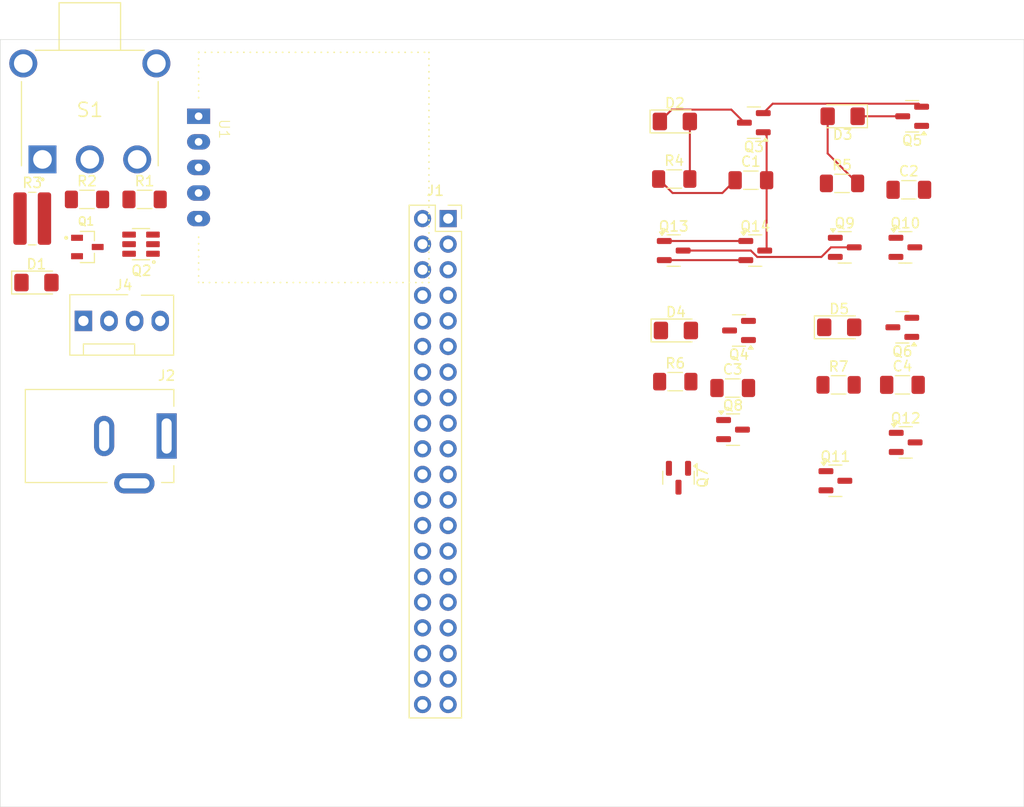
<source format=kicad_pcb>
(kicad_pcb (version 20221018) (generator pcbnew)
  (layers (0 "F.Cu" signal) (31 "B.Cu" signal) (34 "B.Paste" user) (35 "F.Paste" user) (36 "B.SilkS" user "B.Silkscreen") (37 "F.SilkS" user "F.Silkscreen") (38 "B.Mask" user) (39 "F.Mask" user) (44 "Edge.Cuts" user))
  (net 0 "")
  (net 1 "Net-(D1-K)")
  (net 2 "Net-(D1-A)")
  (net 3 "+3V3")
  (net 4 "/ZVD_OUT")
  (net 5 "/SDA")
  (net 6 "/SCL")
  (net 7 "GND")
  (net 13 "/B0")
  (net 14 "/B1")
  (net 15 "/W0")
  (net 18 "/W1")
  (net 33 "Net-(J2-Pad1)")
  (net 37 "Net-(D2-K)")
  (net 38 "Net-(D3-K)")
  (net 39 "Net-(D4-K)")
  (net 40 "Net-(D5-K)")
  (net 41 "Net-(Q2-Pad1)")
  (net 42 "Net-(Q1-Pad1)")
  (net 43 "+5V")
  (net 44 "Net-(D2-A)")
  (net 45 "Net-(D3-A)")
  (net 46 "Net-(D4-A)")
  (net 47 "Net-(D5-A)")
  (net 48 "+9V")
  (net 51 "Net-(Q14-D)")
  (net 52 "Net-(Q10-D)")
  (net 53 "Net-(Q4-G)")
  (net 54 "Net-(Q12-D)")
  (net 55 "Net-(Q7-S)")
  (net 56 "Net-(Q10-S)")
  (net 57 "Net-(Q11-S)")
  (net 58 "Net-(Q13-S)")
  (footprint "Package_TO_SOT_SMD:SOT-23" (layer "F.Cu") (at 92.71 68.9125 -90)
    (fp_text reference "Q7" (at 0 -2.4 90) (layer "F.SilkS"))
    (fp_text value "2N7002")
    (fp_line (start 0 -1.56) (end -0.65 -1.56) (stroke (width 0.12)) (layer "F.SilkS"))
    (fp_line (start 0 -1.56) (end 0.65 -1.56) (stroke (width 0.12)) (layer "F.SilkS"))
    (fp_line (start 0 1.56) (end -0.65 1.56) (stroke (width 0.12)) (layer "F.SilkS"))
    (fp_line (start 0 1.56) (end 0.65 1.56) (stroke (width 0.12)) (layer "F.SilkS"))
    (fp_poly (pts (xy -1.1625 -1.51) (xy -1.4025 -1.84) (xy -0.9225 -1.84) (xy -1.1625 -1.51)) (stroke (width 0.12)) (fill solid) (layer "F.SilkS"))
    (pad "1" smd roundrect (at -0.9375 -0.95 270) (size 1.475 0.6) (layers "F.Cu" "F.Paste" "F.Mask") (net 15 "/W0"))
    (pad "2" smd roundrect (at -0.9375 0.95 270) (size 1.475 0.6) (layers "F.Cu" "F.Paste" "F.Mask") (net 55 "Net-(Q7-S)"))
    (pad "3" smd roundrect (at 0.9375 0 270) (size 1.475 0.6) (layers "F.Cu" "F.Paste" "F.Mask") (net 14 "/B1"))
  )
  (footprint "LED_SMD:LED_1206_3216Metric_Pad1.42x1.75mm_HandSolder" (layer "F.Cu") (at 108.66 53.975)
    (fp_text reference "D5" (at 0 -1.82) (layer "F.SilkS"))
    (fp_text value "LED")
    (fp_line (start -2.46 -1.135) (end -2.46 1.135) (stroke (width 0.12)) (layer "F.SilkS"))
    (fp_line (start -2.46 1.135) (end 1.6 1.135) (stroke (width 0.12)) (layer "F.SilkS"))
    (fp_line (start 1.6 -1.135) (end -2.46 -1.135) (stroke (width 0.12)) (layer "F.SilkS"))
    (pad "1" smd roundrect (at -1.4875 0) (size 1.425 1.75) (layers "F.Cu" "F.Paste" "F.Mask") (roundrect_rratio 0.175439) (net 40 "Net-(D5-K)"))
    (pad "2" smd roundrect (at 1.4875 0) (size 1.425 1.75) (layers "F.Cu" "F.Paste" "F.Mask") (roundrect_rratio 0.175439) (net 47 "Net-(D5-A)"))
  )
  (footprint "Package_TO_SOT_SMD:SOT-23" (layer "F.Cu") (at 109.21 46.035)
    (fp_text reference "Q9" (at 0 -2.4) (layer "F.SilkS"))
    (fp_text value "2N7002")
    (fp_line (start 0 -1.56) (end -0.65 -1.56) (stroke (width 0.12)) (layer "F.SilkS"))
    (fp_line (start 0 -1.56) (end 0.65 -1.56) (stroke (width 0.12)) (layer "F.SilkS"))
    (fp_line (start 0 1.56) (end -0.65 1.56) (stroke (width 0.12)) (layer "F.SilkS"))
    (fp_line (start 0 1.56) (end 0.65 1.56) (stroke (width 0.12)) (layer "F.SilkS"))
    (fp_poly (pts (xy -1.1625 -1.51) (xy -1.4025 -1.84) (xy -0.9225 -1.84) (xy -1.1625 -1.51)) (stroke (width 0.12)) (fill solid) (layer "F.SilkS"))
    (pad "1" smd roundrect (at -0.9375 -0.95) (size 1.475 0.6) (layers "F.Cu" "F.Paste" "F.Mask") (net 18 "/W1"))
    (pad "2" smd roundrect (at -0.9375 0.95) (size 1.475 0.6) (layers "F.Cu" "F.Paste" "F.Mask") (net 56 "Net-(Q10-S)"))
    (pad "3" smd roundrect (at 0.9375 0) (size 1.475 0.6) (layers "F.Cu" "F.Paste" "F.Mask") (net 13 "/B0"))
  )
  (footprint "Connector_PinSocket_2.54mm:PinSocket_2x20_P2.54mm_Vertical" (layer "F.Cu") (at 69.85 43.18)
    (fp_text reference "J1" (at -1.27 -2.77) (layer "F.SilkS"))
    (fp_text value "Raspberry_Pi_2_3")
    (fp_line (start -3.87 -1.33) (end -3.87 49.59) (stroke (width 0.12)) (layer "F.SilkS"))
    (fp_line (start -3.87 -1.33) (end -1.27 -1.33) (stroke (width 0.12)) (layer "F.SilkS"))
    (fp_line (start -3.87 49.59) (end 1.33 49.59) (stroke (width 0.12)) (layer "F.SilkS"))
    (fp_line (start -1.27 -1.33) (end -1.27 1.27) (stroke (width 0.12)) (layer "F.SilkS"))
    (fp_line (start -1.27 1.27) (end 1.33 1.27) (stroke (width 0.12)) (layer "F.SilkS"))
    (fp_line (start 0 -1.33) (end 1.33 -1.33) (stroke (width 0.12)) (layer "F.SilkS"))
    (fp_line (start 1.33 -1.33) (end 1.33 0) (stroke (width 0.12)) (layer "F.SilkS"))
    (fp_line (start 1.33 1.27) (end 1.33 49.59) (stroke (width 0.12)) (layer "F.SilkS"))
    (pad "1" thru_hole rect (at 0 0) (size 1.7 1.7) (drill 1) (layers "*.Cu" "*.Mask") (net 3 "+3V3"))
    (pad "2" thru_hole oval (at -2.54 0) (size 1.7 1.7) (drill 1) (layers "*.Cu" "*.Mask") (net 4 "/ZVD_OUT"))
    (pad "3" thru_hole oval (at 0 2.54) (size 1.7 1.7) (drill 1) (layers "*.Cu" "*.Mask") (net 5 "/SDA"))
    (pad "4" thru_hole oval (at -2.54 2.54) (size 1.7 1.7) (drill 1) (layers "*.Cu" "*.Mask") (net 4 "/ZVD_OUT"))
    (pad "5" thru_hole oval (at 0 5.08) (size 1.7 1.7) (drill 1) (layers "*.Cu" "*.Mask") (net 6 "/SCL"))
    (pad "6" thru_hole oval (at -2.54 5.08) (size 1.7 1.7) (drill 1) (layers "*.Cu" "*.Mask") (net 7 "GND"))
    (pad "7" thru_hole oval (at 0 7.62) (size 1.7 1.7) (drill 1) (layers "*.Cu" "*.Mask"))
    (pad "8" thru_hole oval (at -2.54 7.62) (size 1.7 1.7) (drill 1) (layers "*.Cu" "*.Mask"))
    (pad "9" thru_hole oval (at 0 10.16) (size 1.7 1.7) (drill 1) (layers "*.Cu" "*.Mask") (net 7 "GND"))
    (pad "10" thru_hole oval (at -2.54 10.16) (size 1.7 1.7) (drill 1) (layers "*.Cu" "*.Mask"))
    (pad "11" thru_hole oval (at 0 12.7) (size 1.7 1.7) (drill 1) (layers "*.Cu" "*.Mask"))
    (pad "12" thru_hole oval (at -2.54 12.7) (size 1.7 1.7) (drill 1) (layers "*.Cu" "*.Mask"))
    (pad "13" thru_hole oval (at 0 15.24) (size 1.7 1.7) (drill 1) (layers "*.Cu" "*.Mask") (net 2 "Net-(D1-A)"))
    (pad "14" thru_hole oval (at -2.54 15.24) (size 1.7 1.7) (drill 1) (layers "*.Cu" "*.Mask") (net 7 "GND"))
    (pad "15" thru_hole oval (at 0 17.78) (size 1.7 1.7) (drill 1) (layers "*.Cu" "*.Mask") (net 13 "/B0"))
    (pad "16" thru_hole oval (at -2.54 17.78) (size 1.7 1.7) (drill 1) (layers "*.Cu" "*.Mask") (net 14 "/B1"))
    (pad "17" thru_hole oval (at 0 20.32) (size 1.7 1.7) (drill 1) (layers "*.Cu" "*.Mask") (net 3 "+3V3"))
    (pad "18" thru_hole oval (at -2.54 20.32) (size 1.7 1.7) (drill 1) (layers "*.Cu" "*.Mask") (net 15 "/W0"))
    (pad "19" thru_hole oval (at 0 22.86) (size 1.7 1.7) (drill 1) (layers "*.Cu" "*.Mask"))
    (pad "20" thru_hole oval (at -2.54 22.86) (size 1.7 1.7) (drill 1) (layers "*.Cu" "*.Mask") (net 7 "GND"))
    (pad "21" thru_hole oval (at 0 25.4) (size 1.7 1.7) (drill 1) (layers "*.Cu" "*.Mask"))
    (pad "22" thru_hole oval (at -2.54 25.4) (size 1.7 1.7) (drill 1) (layers "*.Cu" "*.Mask") (net 18 "/W1"))
    (pad "23" thru_hole oval (at 0 27.94) (size 1.7 1.7) (drill 1) (layers "*.Cu" "*.Mask"))
    (pad "24" thru_hole oval (at -2.54 27.94) (size 1.7 1.7) (drill 1) (layers "*.Cu" "*.Mask"))
    (pad "25" thru_hole oval (at 0 30.48) (size 1.7 1.7) (drill 1) (layers "*.Cu" "*.Mask") (net 7 "GND"))
    (pad "26" thru_hole oval (at -2.54 30.48) (size 1.7 1.7) (drill 1) (layers "*.Cu" "*.Mask"))
    (pad "27" thru_hole oval (at 0 33.02) (size 1.7 1.7) (drill 1) (layers "*.Cu" "*.Mask"))
    (pad "28" thru_hole oval (at -2.54 33.02) (size 1.7 1.7) (drill 1) (layers "*.Cu" "*.Mask"))
    (pad "29" thru_hole oval (at 0 35.56) (size 1.7 1.7) (drill 1) (layers "*.Cu" "*.Mask"))
    (pad "30" thru_hole oval (at -2.54 35.56) (size 1.7 1.7) (drill 1) (layers "*.Cu" "*.Mask") (net 7 "GND"))
    (pad "31" thru_hole oval (at 0 38.1) (size 1.7 1.7) (drill 1) (layers "*.Cu" "*.Mask"))
    (pad "32" thru_hole oval (at -2.54 38.1) (size 1.7 1.7) (drill 1) (layers "*.Cu" "*.Mask"))
    (pad "33" thru_hole oval (at 0 40.64) (size 1.7 1.7) (drill 1) (layers "*.Cu" "*.Mask"))
    (pad "34" thru_hole oval (at -2.54 40.64) (size 1.7 1.7) (drill 1) (layers "*.Cu" "*.Mask") (net 7 "GND"))
    (pad "35" thru_hole oval (at 0 43.18) (size 1.7 1.7) (drill 1) (layers "*.Cu" "*.Mask"))
    (pad "36" thru_hole oval (at -2.54 43.18) (size 1.7 1.7) (drill 1) (layers "*.Cu" "*.Mask"))
    (pad "37" thru_hole oval (at 0 45.72) (size 1.7 1.7) (drill 1) (layers "*.Cu" "*.Mask"))
    (pad "38" thru_hole oval (at -2.54 45.72) (size 1.7 1.7) (drill 1) (layers "*.Cu" "*.Mask"))
    (pad "39" thru_hole oval (at 0 48.26) (size 1.7 1.7) (drill 1) (layers "*.Cu" "*.Mask") (net 7 "GND"))
    (pad "40" thru_hole oval (at -2.54 48.26) (size 1.7 1.7) (drill 1) (layers "*.Cu" "*.Mask"))
  )
  (footprint "Resistor_SMD:R_1206_3216Metric_Pad1.30x1.75mm_HandSolder" (layer "F.Cu") (at 108.5975 59.69)
    (fp_text reference "R7" (at 0 -1.82) (layer "F.SilkS"))
    (fp_text value "150")
    (fp_line (start -0.727064 -0.91) (end 0.727064 -0.91) (stroke (width 0.12)) (layer "F.SilkS"))
    (fp_line (start -0.727064 0.91) (end 0.727064 0.91) (stroke (width 0.12)) (layer "F.SilkS"))
    (pad "1" smd roundrect (at -1.55 0) (size 1.3 1.75) (layers "F.Cu" "F.Paste" "F.Mask") (roundrect_rratio 0.192308) (net 43 "+5V"))
    (pad "2" smd roundrect (at 1.55 0) (size 1.3 1.75) (layers "F.Cu" "F.Paste" "F.Mask") (roundrect_rratio 0.192308) (net 47 "Net-(D5-A)"))
  )
  (footprint "Package_TO_SOT_SMD:SOT-23" (layer "F.Cu") (at 100.33 46.355)
    (fp_text reference "Q14" (at 0 -2.4) (layer "F.SilkS"))
    (fp_text value "2N7002")
    (fp_line (start 0 -1.56) (end -0.65 -1.56) (stroke (width 0.12)) (layer "F.SilkS"))
    (fp_line (start 0 -1.56) (end 0.65 -1.56) (stroke (width 0.12)) (layer "F.SilkS"))
    (fp_line (start 0 1.56) (end -0.65 1.56) (stroke (width 0.12)) (layer "F.SilkS"))
    (fp_line (start 0 1.56) (end 0.65 1.56) (stroke (width 0.12)) (layer "F.SilkS"))
    (fp_poly (pts (xy -1.1625 -1.51) (xy -1.4025 -1.84) (xy -0.9225 -1.84) (xy -1.1625 -1.51)) (stroke (width 0.12)) (fill solid) (layer "F.SilkS"))
    (pad "1" smd roundrect (at -0.9375 -0.95) (size 1.475 0.6) (layers "F.Cu" "F.Paste" "F.Mask") (net 15 "/W0"))
    (pad "2" smd roundrect (at -0.9375 0.95) (size 1.475 0.6) (layers "F.Cu" "F.Paste" "F.Mask") (net 58 "Net-(Q13-S)"))
    (pad "3" smd roundrect (at 0.9375 0) (size 1.475 0.6) (layers "F.Cu" "F.Paste" "F.Mask") (net 51 "Net-(Q14-D)"))
  )
  (footprint "Resistor_SMD:R_1206_3216Metric_Pad1.30x1.75mm_HandSolder" (layer "F.Cu") (at 108.94 39.685)
    (fp_text reference "R5" (at 0 -1.82) (layer "F.SilkS"))
    (fp_text value "150")
    (fp_line (start -0.727064 -0.91) (end 0.727064 -0.91) (stroke (width 0.12)) (layer "F.SilkS"))
    (fp_line (start -0.727064 0.91) (end 0.727064 0.91) (stroke (width 0.12)) (layer "F.SilkS"))
    (pad "1" smd roundrect (at -1.55 0) (size 1.3 1.75) (layers "F.Cu" "F.Paste" "F.Mask") (roundrect_rratio 0.192308) (net 43 "+5V"))
    (pad "2" smd roundrect (at 1.55 0) (size 1.3 1.75) (layers "F.Cu" "F.Paste" "F.Mask") (roundrect_rratio 0.192308) (net 45 "Net-(D3-A)"))
  )
  (footprint "LED_SMD:LED_1206_3216Metric_Pad1.42x1.75mm_HandSolder" (layer "F.Cu") (at 28.9925 49.53)
    (fp_text reference "D1" (at 0 -1.82) (layer "F.SilkS"))
    (fp_text value "LED")
    (fp_line (start -2.46 -1.135) (end -2.46 1.135) (stroke (width 0.12)) (layer "F.SilkS"))
    (fp_line (start -2.46 1.135) (end 1.6 1.135) (stroke (width 0.12)) (layer "F.SilkS"))
    (fp_line (start 1.6 -1.135) (end -2.46 -1.135) (stroke (width 0.12)) (layer "F.SilkS"))
    (pad "1" smd roundrect (at -1.4875 0) (size 1.425 1.75) (layers "F.Cu" "F.Paste" "F.Mask") (roundrect_rratio 0.175439) (net 1 "Net-(D1-K)"))
    (pad "2" smd roundrect (at 1.4875 0) (size 1.425 1.75) (layers "F.Cu" "F.Paste" "F.Mask") (roundrect_rratio 0.175439) (net 2 "Net-(D1-A)"))
  )
  (footprint "libraries:SOT91P240X110-3N" (layer "F.Cu") (at 34.045 46)
    (fp_text reference "Q1" (at -0.13 -2.548) (layer "F.SilkS") (effects (font (size 0.8 0.8))))
    (fp_text value "DMG2305UX-13 MOSFET")
    (fp_line (start -0.7 -1.55) (end 0.7 -1.55) (stroke (width 0.127)) (layer "F.SilkS"))
    (fp_line (start 0.7 -1.55) (end 0.7 -0.63) (stroke (width 0.127)) (layer "F.SilkS"))
    (fp_line (start 0.7 0.63) (end 0.7 1.55) (stroke (width 0.127)) (layer "F.SilkS"))
    (fp_line (start 0.7 1.55) (end -0.7 1.55) (stroke (width 0.127)) (layer "F.SilkS"))
    (fp_circle (center -2.1 -0.915) (end -2 -0.915) (stroke (width 0.2)) (fill none) (layer "F.SilkS"))
    (pad "1" smd roundrect (at -1.025 -0.915) (size 1.18 0.61) (layers "F.Cu" "F.Paste" "F.Mask") (roundrect_rratio 0.08) (net 42 "Net-(Q1-Pad1)"))
    (pad "2" smd roundrect (at -1.025 0.915) (size 1.18 0.61) (layers "F.Cu" "F.Paste" "F.Mask") (roundrect_rratio 0.08) (net 4 "/ZVD_OUT"))
    (pad "3" smd roundrect (at 1.025 0) (size 1.18 0.61) (layers "F.Cu" "F.Paste" "F.Mask") (roundrect_rratio 0.08) (net 43 "+5V"))
  )
  (footprint "Package_TO_SOT_SMD:SOT-23" (layer "F.Cu") (at 92.235 46.355)
    (fp_text reference "Q13" (at 0 -2.4) (layer "F.SilkS"))
    (fp_text value "2N7002")
    (fp_line (start 0 -1.56) (end -0.65 -1.56) (stroke (width 0.12)) (layer "F.SilkS"))
    (fp_line (start 0 -1.56) (end 0.65 -1.56) (stroke (width 0.12)) (layer "F.SilkS"))
    (fp_line (start 0 1.56) (end -0.65 1.56) (stroke (width 0.12)) (layer "F.SilkS"))
    (fp_line (start 0 1.56) (end 0.65 1.56) (stroke (width 0.12)) (layer "F.SilkS"))
    (fp_poly (pts (xy -1.1625 -1.51) (xy -1.4025 -1.84) (xy -0.9225 -1.84) (xy -1.1625 -1.51)) (stroke (width 0.12)) (fill solid) (layer "F.SilkS"))
    (pad "1" smd roundrect (at -0.9375 -0.95) (size 1.475 0.6) (layers "F.Cu" "F.Paste" "F.Mask") (net 15 "/W0"))
    (pad "2" smd roundrect (at -0.9375 0.95) (size 1.475 0.6) (layers "F.Cu" "F.Paste" "F.Mask") (net 58 "Net-(Q13-S)"))
    (pad "3" smd roundrect (at 0.9375 0) (size 1.475 0.6) (layers "F.Cu" "F.Paste" "F.Mask") (net 13 "/B0"))
  )
  (footprint "Package_TO_SOT_SMD:SOT-23" (layer "F.Cu") (at 115.2275 46.035)
    (fp_text reference "Q10" (at 0 -2.4) (layer "F.SilkS"))
    (fp_text value "2N7002")
    (fp_line (start 0 -1.56) (end -0.65 -1.56) (stroke (width 0.12)) (layer "F.SilkS"))
    (fp_line (start 0 -1.56) (end 0.65 -1.56) (stroke (width 0.12)) (layer "F.SilkS"))
    (fp_line (start 0 1.56) (end -0.65 1.56) (stroke (width 0.12)) (layer "F.SilkS"))
    (fp_line (start 0 1.56) (end 0.65 1.56) (stroke (width 0.12)) (layer "F.SilkS"))
    (fp_poly (pts (xy -1.1625 -1.51) (xy -1.4025 -1.84) (xy -0.9225 -1.84) (xy -1.1625 -1.51)) (stroke (width 0.12)) (fill solid) (layer "F.SilkS"))
    (pad "1" smd roundrect (at -0.9375 -0.95) (size 1.475 0.6) (layers "F.Cu" "F.Paste" "F.Mask") (net 18 "/W1"))
    (pad "2" smd roundrect (at -0.9375 0.95) (size 1.475 0.6) (layers "F.Cu" "F.Paste" "F.Mask") (net 56 "Net-(Q10-S)"))
    (pad "3" smd roundrect (at 0.9375 0) (size 1.475 0.6) (layers "F.Cu" "F.Paste" "F.Mask") (net 52 "Net-(Q10-D)"))
  )
  (footprint "Capacitor_SMD:C_1206_3216Metric_Pad1.33x1.80mm_HandSolder" (layer "F.Cu") (at 98.0925 60.005)
    (fp_text reference "C3" (at 0 -1.85) (layer "F.SilkS"))
    (fp_text value "47n")
    (fp_line (start -0.711252 -0.91) (end 0.711252 -0.91) (stroke (width 0.12)) (layer "F.SilkS"))
    (fp_line (start -0.711252 0.91) (end 0.711252 0.91) (stroke (width 0.12)) (layer "F.SilkS"))
    (pad "1" smd roundrect (at -1.5625 0) (size 1.325 1.8) (layers "F.Cu" "F.Paste" "F.Mask") (roundrect_rratio 0.188679) (net 43 "+5V"))
    (pad "2" smd roundrect (at 1.5625 0) (size 1.325 1.8) (layers "F.Cu" "F.Paste" "F.Mask") (roundrect_rratio 0.188679) (net 53 "Net-(Q4-G)"))
  )
  (footprint "Capacitor_SMD:C_1206_3216Metric_Pad1.33x1.80mm_HandSolder" (layer "F.Cu") (at 114.935 59.69)
    (fp_text reference "C4" (at 0 -1.85) (layer "F.SilkS"))
    (fp_text value "47n")
    (fp_line (start -0.711252 -0.91) (end 0.711252 -0.91) (stroke (width 0.12)) (layer "F.SilkS"))
    (fp_line (start -0.711252 0.91) (end 0.711252 0.91) (stroke (width 0.12)) (layer "F.SilkS"))
    (pad "1" smd roundrect (at -1.5625 0) (size 1.325 1.8) (layers "F.Cu" "F.Paste" "F.Mask") (roundrect_rratio 0.188679) (net 43 "+5V"))
    (pad "2" smd roundrect (at 1.5625 0) (size 1.325 1.8) (layers "F.Cu" "F.Paste" "F.Mask") (roundrect_rratio 0.188679) (net 54 "Net-(Q12-D)"))
  )
  (footprint "Resistor_SMD:R_1206_3216Metric_Pad1.30x1.75mm_HandSolder" (layer "F.Cu") (at 92.39 59.37)
    (fp_text reference "R6" (at 0 -1.82) (layer "F.SilkS"))
    (fp_text value "150")
    (fp_line (start -0.727064 -0.91) (end 0.727064 -0.91) (stroke (width 0.12)) (layer "F.SilkS"))
    (fp_line (start -0.727064 0.91) (end 0.727064 0.91) (stroke (width 0.12)) (layer "F.SilkS"))
    (pad "1" smd roundrect (at -1.55 0) (size 1.3 1.75) (layers "F.Cu" "F.Paste" "F.Mask") (roundrect_rratio 0.192308) (net 43 "+5V"))
    (pad "2" smd roundrect (at 1.55 0) (size 1.3 1.75) (layers "F.Cu" "F.Paste" "F.Mask") (roundrect_rratio 0.192308) (net 46 "Net-(D4-A)"))
  )
  (footprint "Package_TO_SOT_SMD:SOT-23" (layer "F.Cu") (at 98.7175 54.29 180)
    (fp_text reference "Q4" (at 0 -2.4) (layer "F.SilkS"))
    (fp_text value "2N7002")
    (fp_line (start 0 -1.56) (end -0.65 -1.56) (stroke (width 0.12)) (layer "F.SilkS"))
    (fp_line (start 0 -1.56) (end 0.65 -1.56) (stroke (width 0.12)) (layer "F.SilkS"))
    (fp_line (start 0 1.56) (end -0.65 1.56) (stroke (width 0.12)) (layer "F.SilkS"))
    (fp_line (start 0 1.56) (end 0.65 1.56) (stroke (width 0.12)) (layer "F.SilkS"))
    (fp_poly (pts (xy -1.1625 -1.51) (xy -1.4025 -1.84) (xy -0.9225 -1.84) (xy -1.1625 -1.51)) (stroke (width 0.12)) (fill solid) (layer "F.SilkS"))
    (pad "1" smd roundrect (at -0.9375 -0.95 180) (size 1.475 0.6) (layers "F.Cu" "F.Paste" "F.Mask") (net 53 "Net-(Q4-G)"))
    (pad "2" smd roundrect (at -0.9375 0.95 180) (size 1.475 0.6) (layers "F.Cu" "F.Paste" "F.Mask") (net 7 "GND"))
    (pad "3" smd roundrect (at 0.9375 0 180) (size 1.475 0.6) (layers "F.Cu" "F.Paste" "F.Mask") (net 39 "Net-(D4-K)"))
  )
  (footprint "Connector:FanPinHeader_1x04_P2.54mm_Vertical" (layer "F.Cu") (at 33.655 53.34)
    (fp_text reference "J4" (at 4 -3.55) (layer "F.SilkS"))
    (fp_text value "Conn_01x04_Pin")
    (fp_line (start -1.35 -2.6) (end 4.4 -2.6) (stroke (width 0.12)) (layer "F.SilkS"))
    (fp_line (start -1.35 3.4) (end -1.35 -2.6) (stroke (width 0.12)) (layer "F.SilkS"))
    (fp_line (start 0 2.29) (end 5.08 2.29) (stroke (width 0.12)) (layer "F.SilkS"))
    (fp_line (start 0 3.3) (end 0 2.29) (stroke (width 0.12)) (layer "F.SilkS"))
    (fp_line (start 5.08 2.29) (end 5.08 3.3) (stroke (width 0.12)) (layer "F.SilkS"))
    (fp_line (start 5.75 -2.55) (end 8.95 -2.55) (stroke (width 0.12)) (layer "F.SilkS"))
    (fp_line (start 8.95 -2.55) (end 8.95 3.4) (stroke (width 0.12)) (layer "F.SilkS"))
    (fp_line (start 8.95 3.4) (end -1.35 3.4) (stroke (width 0.12)) (layer "F.SilkS"))
    (pad "" np_thru_hole circle (at 5.08 -2.16 90) (size 1.1 1.1) (drill 1.1) (layers "*.Cu" "*.Mask"))
    (pad "1" thru_hole rect (at 0 0 90) (size 2.03 1.73) (drill 1.02) (layers "*.Cu" "*.Mask") (net 4 "/ZVD_OUT"))
    (pad "2" thru_hole oval (at 2.54 0 90) (size 2.03 1.73) (drill 1.02) (layers "*.Cu" "*.Mask"))
    (pad "3" thru_hole oval (at 5.08 0 90) (size 2.03 1.73) (drill 1.02) (layers "*.Cu" "*.Mask"))
    (pad "4" thru_hole oval (at 7.62 0 90) (size 2.03 1.73) (drill 1.02) (layers "*.Cu" "*.Mask"))
  )
  (footprint "Connector_BarrelJack:BarrelJack_Kycon_KLDX-0202-xC_Horizontal" (layer "F.Cu") (at 41.91 64.77)
    (fp_text reference "J2" (at 0 -6 unlocked) (layer "F.SilkS"))
    (fp_text value "Barrel_Jack_MountingPin")
    (fp_line (start -14.02 -4.62) (end -14.02 4.62) (stroke (width 0.12)) (layer "F.SilkS"))
    (fp_line (start -14.02 4.62) (end -5.9 4.62) (stroke (width 0.12)) (layer "F.SilkS"))
    (fp_line (start -0.5 4.62) (end 0.72 4.62) (stroke (width 0.12)) (layer "F.SilkS"))
    (fp_line (start 0.72 -4.62) (end -14.02 -4.62) (stroke (width 0.12)) (layer "F.SilkS"))
    (fp_line (start 0.72 -2.95) (end 0.72 -4.62) (stroke (width 0.12)) (layer "F.SilkS"))
    (fp_line (start 0.72 4.62) (end 0.72 2.95) (stroke (width 0.12)) (layer "F.SilkS"))
    (pad "1" thru_hole rect (at 0 0) (size 2 4.5) (drill oval 1 3.5) (layers "*.Cu" "*.Mask") (net 33 "Net-(J2-Pad1)"))
    (pad "2" thru_hole oval (at -6.2 0) (size 2 4) (drill oval 1 3) (layers "*.Cu" "*.Mask") (net 7 "GND"))
    (pad "3" thru_hole oval (at -3.2 4.7 90) (size 2 4) (drill oval 1 3) (layers "*.Cu" "*.Mask"))
  )
  (footprint "libraries:PololuReg-5V3A-S13V30F5" (layer "F.Cu") (at 45.085 33.02)
    (fp_text reference "U1" (at 2.54 1.27 -90 unlocked) (layer "F.SilkS") (effects (font (thickness 0.1))))
    (fp_text value "~")
    (fp_line (start 0 -6.35) (end 0 -1.27) (stroke (width 0.1524) (type dot)) (layer "F.SilkS"))
    (fp_line (start 0 -6.35) (end 22.86 -6.35) (stroke (width 0.1524) (type dot)) (layer "F.SilkS"))
    (fp_line (start 0 16.51) (end 0 11.43) (stroke (width 0.1524) (type dot)) (layer "F.SilkS"))
    (fp_line (start 22.86 -6.35) (end 22.86 16.51) (stroke (width 0.1524) (type dot)) (layer "F.SilkS"))
    (fp_line (start 22.86 16.51) (end 0 16.51) (stroke (width 0.1524) (type dot)) (layer "F.SilkS"))
    (pad "1" thru_hole rect (at 0 0) (size 2.286 1.524) (drill 0.762) (layers "*.Cu" "*.Mask"))
    (pad "2" thru_hole oval (at 0 2.54) (size 2.286 1.524) (drill 0.762) (layers "*.Cu" "*.Mask") (net 48 "+9V"))
    (pad "3" thru_hole oval (at 0 5.08) (size 2.286 1.524) (drill 0.762) (layers "*.Cu" "*.Mask") (net 7 "GND"))
    (pad "4" thru_hole oval (at 0 7.62) (size 2.286 1.524) (drill 0.762) (layers "*.Cu" "*.Mask") (net 7 "GND"))
    (pad "5" thru_hole oval (at 0 10.16) (size 2.286 1.524) (drill 0.762) (layers "*.Cu" "*.Mask") (net 43 "+5V"))
  )
  (footprint "libraries:SOT95P285X140-6N" (layer "F.Cu") (at 39.37 45.72 180)
    (fp_text reference "Q2" (at -0.04299 -2.635) (layer "F.SilkS"))
    (fp_text value "DMMT5401 PNP")
    (fp_line (start -0.85 -1.55) (end 0.85 -1.55) (stroke (width 0.127)) (layer "F.SilkS"))
    (fp_line (start -0.85 1.55) (end 0.85 1.55) (stroke (width 0.127)) (layer "F.SilkS"))
    (fp_circle (center -1.27 -1.778) (end -1.143 -1.778) (stroke (width 0.127)) (fill none) (layer "F.SilkS"))
    (pad "1" smd roundrect (at -1.185 -0.95 180) (size 1.35 0.6) (layers "F.Cu" "F.Paste" "F.Mask") (roundrect_rratio 0.15) (net 41 "Net-(Q2-Pad1)"))
    (pad "2" smd roundrect (at -1.185 0 180) (size 1.35 0.6) (layers "F.Cu" "F.Paste" "F.Mask") (roundrect_rratio 0.15) (net 41 "Net-(Q2-Pad1)"))
    (pad "3" smd roundrect (at -1.185 0.95 180) (size 1.35 0.6) (layers "F.Cu" "F.Paste" "F.Mask") (roundrect_rratio 0.15) (net 41 "Net-(Q2-Pad1)"))
    (pad "4" smd roundrect (at 1.185 0.95 180) (size 1.35 0.6) (layers "F.Cu" "F.Paste" "F.Mask") (roundrect_rratio 0.15) (net 42 "Net-(Q1-Pad1)"))
    (pad "5" smd roundrect (at 1.185 0 180) (size 1.35 0.6) (layers "F.Cu" "F.Paste" "F.Mask") (roundrect_rratio 0.15) (net 4 "/ZVD_OUT"))
    (pad "6" smd roundrect (at 1.185 -0.95 180) (size 1.35 0.6) (layers "F.Cu" "F.Paste" "F.Mask") (roundrect_rratio 0.15) (net 43 "+5V"))
  )
  (footprint "Package_TO_SOT_SMD:SOT-23" (layer "F.Cu") (at 108.2825 69.215)
    (fp_text reference "Q11" (at 0 -2.4) (layer "F.SilkS"))
    (fp_text value "2N7002")
    (fp_line (start 0 -1.56) (end -0.65 -1.56) (stroke (width 0.12)) (layer "F.SilkS"))
    (fp_line (start 0 -1.56) (end 0.65 -1.56) (stroke (width 0.12)) (layer "F.SilkS"))
    (fp_line (start 0 1.56) (end -0.65 1.56) (stroke (width 0.12)) (layer "F.SilkS"))
    (fp_line (start 0 1.56) (end 0.65 1.56) (stroke (width 0.12)) (layer "F.SilkS"))
    (fp_poly (pts (xy -1.1625 -1.51) (xy -1.4025 -1.84) (xy -0.9225 -1.84) (xy -1.1625 -1.51)) (stroke (width 0.12)) (fill solid) (layer "F.SilkS"))
    (pad "1" smd roundrect (at -0.9375 -0.95) (size 1.475 0.6) (layers "F.Cu" "F.Paste" "F.Mask") (net 18 "/W1"))
    (pad "2" smd roundrect (at -0.9375 0.95) (size 1.475 0.6) (layers "F.Cu" "F.Paste" "F.Mask") (net 57 "Net-(Q11-S)"))
    (pad "3" smd roundrect (at 0.9375 0) (size 1.475 0.6) (layers "F.Cu" "F.Paste" "F.Mask") (net 14 "/B1"))
  )
  (footprint "Capacitor_SMD:C_1206_3216Metric_Pad1.33x1.80mm_HandSolder" (layer "F.Cu") (at 99.895 39.37)
    (fp_text reference "C1" (at 0 -1.85) (layer "F.SilkS"))
    (fp_text value "47n")
    (fp_line (start -0.711252 -0.91) (end 0.711252 -0.91) (stroke (width 0.12)) (layer "F.SilkS"))
    (fp_line (start -0.711252 0.91) (end 0.711252 0.91) (stroke (width 0.12)) (layer "F.SilkS"))
    (pad "1" smd roundrect (at -1.5625 0) (size 1.325 1.8) (layers "F.Cu" "F.Paste" "F.Mask") (roundrect_rratio 0.188679) (net 43 "+5V"))
    (pad "2" smd roundrect (at 1.5625 0) (size 1.325 1.8) (layers "F.Cu" "F.Paste" "F.Mask") (roundrect_rratio 0.188679) (net 51 "Net-(Q14-D)"))
  )
  (footprint "Capacitor_SMD:C_1206_3216Metric_Pad1.33x1.80mm_HandSolder" (layer "F.Cu") (at 115.57 40.32)
    (fp_text reference "C2" (at 0 -1.85) (layer "F.SilkS"))
    (fp_text value "47n")
    (fp_line (start -0.711252 -0.91) (end 0.711252 -0.91) (stroke (width 0.12)) (layer "F.SilkS"))
    (fp_line (start -0.711252 0.91) (end 0.711252 0.91) (stroke (width 0.12)) (layer "F.SilkS"))
    (pad "1" smd roundrect (at -1.5625 0) (size 1.325 1.8) (layers "F.Cu" "F.Paste" "F.Mask") (roundrect_rratio 0.188679) (net 43 "+5V"))
    (pad "2" smd roundrect (at 1.5625 0) (size 1.325 1.8) (layers "F.Cu" "F.Paste" "F.Mask") (roundrect_rratio 0.188679) (net 52 "Net-(Q10-D)"))
  )
  (footprint "Package_TO_SOT_SMD:SOT-23" (layer "F.Cu") (at 100.1875 33.655 180)
    (fp_text reference "Q3" (at 0 -2.4) (layer "F.SilkS"))
    (fp_text value "2N7002")
    (fp_line (start 0 -1.56) (end -0.65 -1.56) (stroke (width 0.12)) (layer "F.SilkS"))
    (fp_line (start 0 -1.56) (end 0.65 -1.56) (stroke (width 0.12)) (layer "F.SilkS"))
    (fp_line (start 0 1.56) (end -0.65 1.56) (stroke (width 0.12)) (layer "F.SilkS"))
    (fp_line (start 0 1.56) (end 0.65 1.56) (stroke (width 0.12)) (layer "F.SilkS"))
    (fp_poly (pts (xy -1.1625 -1.51) (xy -1.4025 -1.84) (xy -0.9225 -1.84) (xy -1.1625 -1.51)) (stroke (width 0.12)) (fill solid) (layer "F.SilkS"))
    (pad "1" smd roundrect (at -0.9375 -0.95 180) (size 1.475 0.6) (layers "F.Cu" "F.Paste" "F.Mask") (net 51 "Net-(Q14-D)"))
    (pad "2" smd roundrect (at -0.9375 0.95 180) (size 1.475 0.6) (layers "F.Cu" "F.Paste" "F.Mask") (net 7 "GND"))
    (pad "3" smd roundrect (at 0.9375 0 180) (size 1.475 0.6) (layers "F.Cu" "F.Paste" "F.Mask") (net 37 "Net-(D2-K)"))
  )
  (footprint "Resistor_SMD:R_1206_3216Metric_Pad1.30x1.75mm_HandSolder" (layer "F.Cu") (at 34.01 41.275)
    (fp_text reference "R2" (at 0 -1.82) (layer "F.SilkS"))
    (fp_text value "47k")
    (fp_line (start -0.727064 -0.91) (end 0.727064 -0.91) (stroke (width 0.12)) (layer "F.SilkS"))
    (fp_line (start -0.727064 0.91) (end 0.727064 0.91) (stroke (width 0.12)) (layer "F.SilkS"))
    (pad "1" smd roundrect (at -1.55 0) (size 1.3 1.75) (layers "F.Cu" "F.Paste" "F.Mask") (roundrect_rratio 0.192308) (net 42 "Net-(Q1-Pad1)"))
    (pad "2" smd roundrect (at 1.55 0) (size 1.3 1.75) (layers "F.Cu" "F.Paste" "F.Mask") (roundrect_rratio 0.192308) (net 7 "GND"))
  )
  (footprint "Resistor_SMD:R_1206_3216Metric_Pad1.30x1.75mm_HandSolder" (layer "F.Cu") (at 39.725 41.275)
    (fp_text reference "R1" (at 0 -1.82) (layer "F.SilkS"))
    (fp_text value "10k")
    (fp_line (start -0.727064 -0.91) (end 0.727064 -0.91) (stroke (width 0.12)) (layer "F.SilkS"))
    (fp_line (start -0.727064 0.91) (end 0.727064 0.91) (stroke (width 0.12)) (layer "F.SilkS"))
    (pad "1" smd roundrect (at -1.55 0) (size 1.3 1.75) (layers "F.Cu" "F.Paste" "F.Mask") (roundrect_rratio 0.192308) (net 41 "Net-(Q2-Pad1)"))
    (pad "2" smd roundrect (at 1.55 0) (size 1.3 1.75) (layers "F.Cu" "F.Paste" "F.Mask") (roundrect_rratio 0.192308) (net 7 "GND"))
  )
  (footprint "LED_SMD:LED_1206_3216Metric_Pad1.42x1.75mm_HandSolder" (layer "F.Cu") (at 109.0025 33.02 180)
    (fp_text reference "D3" (at 0 -1.82) (layer "F.SilkS"))
    (fp_text value "LED")
    (fp_line (start -2.46 -1.135) (end -2.46 1.135) (stroke (width 0.12)) (layer "F.SilkS"))
    (fp_line (start -2.46 1.135) (end 1.6 1.135) (stroke (width 0.12)) (layer "F.SilkS"))
    (fp_line (start 1.6 -1.135) (end -2.46 -1.135) (stroke (width 0.12)) (layer "F.SilkS"))
    (pad "1" smd roundrect (at -1.4875 0 180) (size 1.425 1.75) (layers "F.Cu" "F.Paste" "F.Mask") (roundrect_rratio 0.175439) (net 38 "Net-(D3-K)"))
    (pad "2" smd roundrect (at 1.4875 0 180) (size 1.425 1.75) (layers "F.Cu" "F.Paste" "F.Mask") (roundrect_rratio 0.175439) (net 45 "Net-(D3-A)"))
  )
  (footprint "libraries:SW_500SSP1S1M6QEA" (layer "F.Cu") (at 34.29 32.5375)
    (fp_text reference "S1" (at 0 -0.1525) (layer "F.SilkS") (effects (font (size 1.4 1.4))))
    (fp_text value "500SSP SPDT power switch")
    (fp_line (start -6.785 -2.964) (end -6.785 5.4) (stroke (width 0.127)) (layer "F.SilkS"))
    (fp_line (start -5.4 -6.07) (end 5.4 -6.07) (stroke (width 0.127)) (layer "F.SilkS"))
    (fp_line (start -3.05 -10.79) (end 3.05 -10.79) (stroke (width 0.127)) (layer "F.SilkS"))
    (fp_line (start -3.05 -6.075) (end -3.05 -10.79) (stroke (width 0.127)) (layer "F.SilkS"))
    (fp_line (start 3.05 -10.79) (end 3.05 -6.075) (stroke (width 0.127)) (layer "F.SilkS"))
    (fp_line (start 6.785 -2.964) (end 6.785 5.4) (stroke (width 0.127)) (layer "F.SilkS"))
    (fp_circle (center -4.7 6.75) (end -4.6 6.75) (stroke (width 0.2)) (fill none) (layer "F.SilkS"))
    (pad "1" thru_hole rect (at -4.7 4.765) (size 2.775 2.775) (drill 1.85) (layers "*.Cu" "*.Mask") (net 48 "+9V"))
    (pad "2" thru_hole circle (at 0 4.765) (size 2.775 2.775) (drill 1.85) (layers "*.Cu" "*.Mask") (net 33 "Net-(J2-Pad1)"))
    (pad "3" thru_hole circle (at 4.7 4.765) (size 2.775 2.775) (drill 1.85) (layers "*.Cu" "*.Mask"))
    (pad "S1" thru_hole circle (at -6.605 -4.765) (size 2.775 2.775) (drill 1.85) (layers "*.Cu" "*.Mask"))
    (pad "S2" thru_hole circle (at 6.605 -4.765) (size 2.775 2.775) (drill 1.85) (layers "*.Cu" "*.Mask"))
  )
  (footprint "Package_TO_SOT_SMD:SOT-23" (layer "F.Cu") (at 115.2575 65.405)
    (fp_text reference "Q12" (at 0 -2.4) (layer "F.SilkS"))
    (fp_text value "2N7002")
    (fp_line (start 0 -1.56) (end -0.65 -1.56) (stroke (width 0.12)) (layer "F.SilkS"))
    (fp_line (start 0 -1.56) (end 0.65 -1.56) (stroke (width 0.12)) (layer "F.SilkS"))
    (fp_line (start 0 1.56) (end -0.65 1.56) (stroke (width 0.12)) (layer "F.SilkS"))
    (fp_line (start 0 1.56) (end 0.65 1.56) (stroke (width 0.12)) (layer "F.SilkS"))
    (fp_poly (pts (xy -1.1625 -1.51) (xy -1.4025 -1.84) (xy -0.9225 -1.84) (xy -1.1625 -1.51)) (stroke (width 0.12)) (fill solid) (layer "F.SilkS"))
    (pad "1" smd roundrect (at -0.9375 -0.95) (size 1.475 0.6) (layers "F.Cu" "F.Paste" "F.Mask") (net 18 "/W1"))
    (pad "2" smd roundrect (at -0.9375 0.95) (size 1.475 0.6) (layers "F.Cu" "F.Paste" "F.Mask") (net 57 "Net-(Q11-S)"))
    (pad "3" smd roundrect (at 0.9375 0) (size 1.475 0.6) (layers "F.Cu" "F.Paste" "F.Mask") (net 54 "Net-(Q12-D)"))
  )
  (footprint "Resistor_SMD:R_1020_2550Metric_Pad1.33x5.20mm_HandSolder" (layer "F.Cu") (at 28.575 43.18)
    (fp_text reference "R3" (at 0 -3.55) (layer "F.SilkS"))
    (fp_text value "R_US")
    (fp_line (start -0.361252 -2.61) (end 0.361252 -2.61) (stroke (width 0.12)) (layer "F.SilkS"))
    (fp_line (start -0.361252 2.61) (end 0.361252 2.61) (stroke (width 0.12)) (layer "F.SilkS"))
    (pad "1" smd roundrect (at -1.2125 0) (size 1.325 5.2) (layers "F.Cu" "F.Paste" "F.Mask") (roundrect_rratio 0.188679) (net 1 "Net-(D1-K)"))
    (pad "2" smd roundrect (at 1.2125 0) (size 1.325 5.2) (layers "F.Cu" "F.Paste" "F.Mask") (roundrect_rratio 0.188679) (net 7 "GND"))
  )
  (footprint "LED_SMD:LED_1206_3216Metric_Pad1.42x1.75mm_HandSolder" (layer "F.Cu") (at 92.4525 54.29)
    (fp_text reference "D4" (at 0 -1.82) (layer "F.SilkS"))
    (fp_text value "LED")
    (fp_line (start -2.46 -1.135) (end -2.46 1.135) (stroke (width 0.12)) (layer "F.SilkS"))
    (fp_line (start -2.46 1.135) (end 1.6 1.135) (stroke (width 0.12)) (layer "F.SilkS"))
    (fp_line (start 1.6 -1.135) (end -2.46 -1.135) (stroke (width 0.12)) (layer "F.SilkS"))
    (pad "1" smd roundrect (at -1.4875 0) (size 1.425 1.75) (layers "F.Cu" "F.Paste" "F.Mask") (roundrect_rratio 0.175439) (net 39 "Net-(D4-K)"))
    (pad "2" smd roundrect (at 1.4875 0) (size 1.425 1.75) (layers "F.Cu" "F.Paste" "F.Mask") (roundrect_rratio 0.175439) (net 46 "Net-(D4-A)"))
  )
  (footprint "Resistor_SMD:R_1206_3216Metric_Pad1.30x1.75mm_HandSolder" (layer "F.Cu") (at 92.2875 39.25)
    (fp_text reference "R4" (at 0 -1.82) (layer "F.SilkS"))
    (fp_text value "150")
    (fp_line (start -0.727064 -0.91) (end 0.727064 -0.91) (stroke (width 0.12)) (layer "F.SilkS"))
    (fp_line (start -0.727064 0.91) (end 0.727064 0.91) (stroke (width 0.12)) (layer "F.SilkS"))
    (pad "1" smd roundrect (at -1.55 0) (size 1.3 1.75) (layers "F.Cu" "F.Paste" "F.Mask") (roundrect_rratio 0.192308) (net 43 "+5V"))
    (pad "2" smd roundrect (at 1.55 0) (size 1.3 1.75) (layers "F.Cu" "F.Paste" "F.Mask") (roundrect_rratio 0.192308) (net 44 "Net-(D2-A)"))
  )
  (footprint "Package_TO_SOT_SMD:SOT-23" (layer "F.Cu") (at 114.925 53.975 180)
    (fp_text reference "Q6" (at 0 -2.4) (layer "F.SilkS"))
    (fp_text value "2N7002")
    (fp_line (start 0 -1.56) (end -0.65 -1.56) (stroke (width 0.12)) (layer "F.SilkS"))
    (fp_line (start 0 -1.56) (end 0.65 -1.56) (stroke (width 0.12)) (layer "F.SilkS"))
    (fp_line (start 0 1.56) (end -0.65 1.56) (stroke (width 0.12)) (layer "F.SilkS"))
    (fp_line (start 0 1.56) (end 0.65 1.56) (stroke (width 0.12)) (layer "F.SilkS"))
    (fp_poly (pts (xy -1.1625 -1.51) (xy -1.4025 -1.84) (xy -0.9225 -1.84) (xy -1.1625 -1.51)) (stroke (width 0.12)) (fill solid) (layer "F.SilkS"))
    (pad "1" smd roundrect (at -0.9375 -0.95 180) (size 1.475 0.6) (layers "F.Cu" "F.Paste" "F.Mask") (net 54 "Net-(Q12-D)"))
    (pad "2" smd roundrect (at -0.9375 0.95 180) (size 1.475 0.6) (layers "F.Cu" "F.Paste" "F.Mask") (net 7 "GND"))
    (pad "3" smd roundrect (at 0.9375 0 180) (size 1.475 0.6) (layers "F.Cu" "F.Paste" "F.Mask") (net 40 "Net-(D5-K)"))
  )
  (footprint "LED_SMD:LED_1206_3216Metric_Pad1.42x1.75mm_HandSolder" (layer "F.Cu") (at 92.35 33.535)
    (fp_text reference "D2" (at 0 -1.82) (layer "F.SilkS"))
    (fp_text value "LED")
    (fp_line (start -2.46 -1.135) (end -2.46 1.135) (stroke (width 0.12)) (layer "F.SilkS"))
    (fp_line (start -2.46 1.135) (end 1.6 1.135) (stroke (width 0.12)) (layer "F.SilkS"))
    (fp_line (start 1.6 -1.135) (end -2.46 -1.135) (stroke (width 0.12)) (layer "F.SilkS"))
    (pad "1" smd roundrect (at -1.4875 0) (size 1.425 1.75) (layers "F.Cu" "F.Paste" "F.Mask") (roundrect_rratio 0.175439) (net 37 "Net-(D2-K)"))
    (pad "2" smd roundrect (at 1.4875 0) (size 1.425 1.75) (layers "F.Cu" "F.Paste" "F.Mask") (roundrect_rratio 0.175439) (net 44 "Net-(D2-A)"))
  )
  (footprint "Package_TO_SOT_SMD:SOT-23" (layer "F.Cu") (at 98.1225 64.135)
    (fp_text reference "Q8" (at 0 -2.4) (layer "F.SilkS"))
    (fp_text value "2N7002")
    (fp_line (start 0 -1.56) (end -0.65 -1.56) (stroke (width 0.12)) (layer "F.SilkS"))
    (fp_line (start 0 -1.56) (end 0.65 -1.56) (stroke (width 0.12)) (layer "F.SilkS"))
    (fp_line (start 0 1.56) (end -0.65 1.56) (stroke (width 0.12)) (layer "F.SilkS"))
    (fp_line (start 0 1.56) (end 0.65 1.56) (stroke (width 0.12)) (layer "F.SilkS"))
    (fp_poly (pts (xy -1.1625 -1.51) (xy -1.4025 -1.84) (xy -0.9225 -1.84) (xy -1.1625 -1.51)) (stroke (width 0.12)) (fill solid) (layer "F.SilkS"))
    (pad "1" smd roundrect (at -0.9375 -0.95) (size 1.475 0.6) (layers "F.Cu" "F.Paste" "F.Mask") (net 15 "/W0"))
    (pad "2" smd roundrect (at -0.9375 0.95) (size 1.475 0.6) (layers "F.Cu" "F.Paste" "F.Mask") (net 55 "Net-(Q7-S)"))
    (pad "3" smd roundrect (at 0.9375 0) (size 1.475 0.6) (layers "F.Cu" "F.Paste" "F.Mask") (net 53 "Net-(Q4-G)"))
  )
  (footprint "Package_TO_SOT_SMD:SOT-23" (layer "F.Cu") (at 115.9025 33.02 180)
    (fp_text reference "Q5" (at 0 -2.4) (layer "F.SilkS"))
    (fp_text value "2N7002")
    (fp_line (start 0 -1.56) (end -0.65 -1.56) (stroke (width 0.12)) (layer "F.SilkS"))
    (fp_line (start 0 -1.56) (end 0.65 -1.56) (stroke (width 0.12)) (layer "F.SilkS"))
    (fp_line (start 0 1.56) (end -0.65 1.56) (stroke (width 0.12)) (layer "F.SilkS"))
    (fp_line (start 0 1.56) (end 0.65 1.56) (stroke (width 0.12)) (layer "F.SilkS"))
    (fp_poly (pts (xy -1.1625 -1.51) (xy -1.4025 -1.84) (xy -0.9225 -1.84) (xy -1.1625 -1.51)) (stroke (width 0.12)) (fill solid) (layer "F.SilkS"))
    (pad "1" smd roundrect (at -0.9375 -0.95 180) (size 1.475 0.6) (layers "F.Cu" "F.Paste" "F.Mask") (net 52 "Net-(Q10-D)"))
    (pad "2" smd roundrect (at -0.9375 0.95 180) (size 1.475 0.6) (layers "F.Cu" "F.Paste" "F.Mask") (net 7 "GND"))
    (pad "3" smd roundrect (at 0.9375 0 180) (size 1.475 0.6) (layers "F.Cu" "F.Paste" "F.Mask") (net 38 "Net-(D3-K)"))
  )
  (gr_rect (start 25.4 25.4) (end 127 101.6) (stroke (width 0.05)) (fill none) (layer "Edge.Cuts"))
  (segment (start 101.125 32.705) (end 102.059999 31.770001) (width 0.2) (layer "F.Cu") (net 7))
  (segment (start 116.540001 31.770001) (end 116.84 32.07) (width 0.2) (layer "F.Cu") (net 7))
  (segment (start 102.059999 31.770001) (end 116.540001 31.770001) (width 0.2) (layer "F.Cu") (net 7))
  (segment (start 100.524448 46.99) (end 106.889448 46.99) (width 0.2) (layer "F.Cu") (net 13))
  (segment (start 93.1725 46.355) (end 99.889448 46.355) (width 0.2) (layer "F.Cu") (net 13))
  (segment (start 107.844448 46.035) (end 110.1475 46.035) (width 0.2) (layer "F.Cu") (net 13))
  (segment (start 106.889448 46.99) (end 107.844448 46.035) (width 0.2) (layer "F.Cu") (net 13))
  (segment (start 99.889448 46.355) (end 100.524448 46.99) (width 0.2) (layer "F.Cu") (net 13))
  (segment (start 91.2975 45.405) (end 99.3925 45.405) (width 0.2) (layer "F.Cu") (net 15))
  (segment (start 92.0375 32.36) (end 90.8625 33.535) (width 0.2) (layer "F.Cu") (net 37))
  (segment (start 97.955 32.36) (end 92.0375 32.36) (width 0.2) (layer "F.Cu") (net 37))
  (segment (start 99.25 33.655) (end 97.955 32.36) (width 0.2) (layer "F.Cu") (net 37))
  (segment (start 110.49 33.02) (end 114.965 33.02) (width 0.2) (layer "F.Cu") (net 38))
  (segment (start 97.0625 40.64) (end 98.3325 39.37) (width 0.2) (layer "F.Cu") (net 43))
  (segment (start 90.7375 39.25) (end 92.1275 40.64) (width 0.2) (layer "F.Cu") (net 43))
  (segment (start 92.1275 40.64) (end 97.0625 40.64) (width 0.2) (layer "F.Cu") (net 43))
  (segment (start 93.8375 39.25) (end 93.8375 33.535) (width 0.2) (layer "F.Cu") (net 44))
  (segment (start 107.515 36.71) (end 110.49 39.685) (width 0.2) (layer "F.Cu") (net 45))
  (segment (start 107.515 33.02) (end 107.515 36.71) (width 0.2) (layer "F.Cu") (net 45))
  (segment (start 101.4575 34.9375) (end 101.4575 39.37) (width 0.2) (layer "F.Cu") (net 51))
  (segment (start 101.4575 39.37) (end 101.4575 46.165) (width 0.2) (layer "F.Cu") (net 51))
  (segment (start 101.4575 46.165) (end 101.2675 46.355) (width 0.2) (layer "F.Cu") (net 51))
  (segment (start 101.125 34.605) (end 101.4575 34.9375) (width 0.2) (layer "F.Cu") (net 51))
  (segment (start 91.2975 47.305) (end 99.3925 47.305) (width 0.2) (layer "F.Cu") (net 58))
)
</source>
